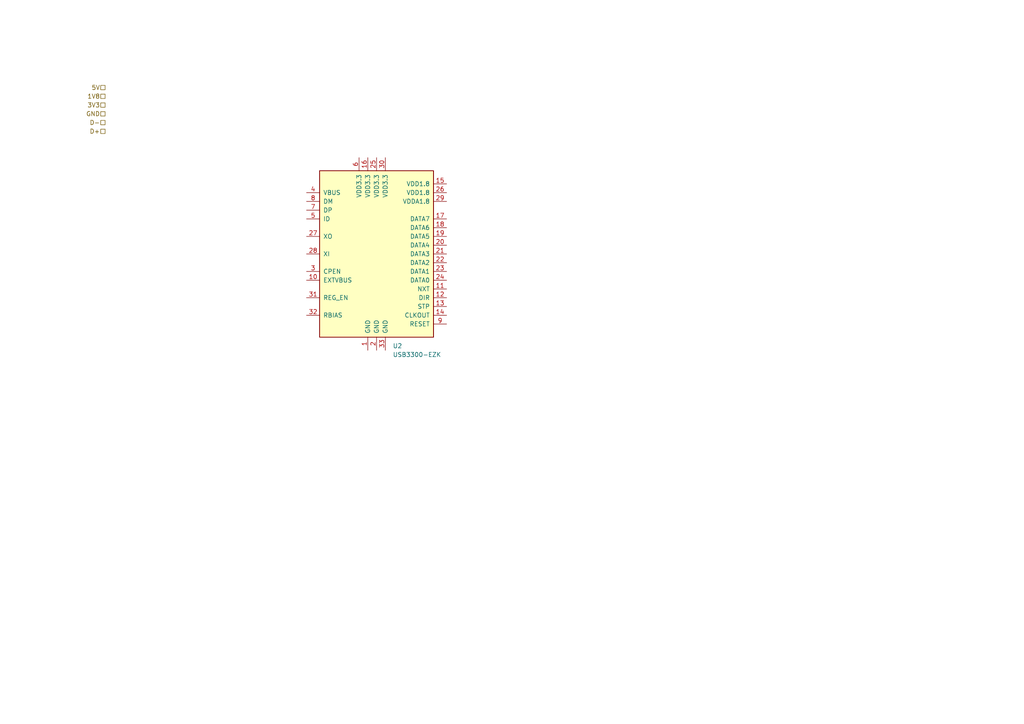
<source format=kicad_sch>
(kicad_sch (version 20250114) (generator "eeschema") (generator_version "9.0")
  (paper "A4")
  (lib_symbols
    (symbol "Interface_USB:USB3300-EZK" (pin_names (offset 1.016))
      (property "Reference" "U" (at 0 1.27 0))
      (property "Value" "USB3300-EZK" (at 0 -1.27 0))
      (symbol "USB3300-EZK_0_1"
        (rectangle (start 16.51 -24.13) (end -16.51 24.13) (stroke (width 0.254)) (fill (type background)))
      )
      (symbol "USB3300-EZK_1_1"
        (pin power_in line (at -20.32 17.78 0) (length 3.81) (name "VBUS") (number "4"))
        (pin bidirectional line (at -20.32 15.24 0) (length 3.81) (name "DM") (number "8"))
        (pin bidirectional line (at -20.32 12.7 0) (length 3.81) (name "DP") (number "7"))
        (pin input line (at -20.32 10.16 0) (length 3.81) (name "ID") (number "5"))
        (pin output line (at -20.32 5.08 0) (length 3.81) (name "XO") (number "27"))
        (pin input line (at -20.32 0 0) (length 3.81) (name "XI") (number "28"))
        (pin output line (at -20.32 -5.08 0) (length 3.81) (name "CPEN") (number "3"))
        (pin input line (at -20.32 -7.62 0) (length 3.81) (name "EXTVBUS") (number "10"))
        (pin bidirectional line (at -20.32 -12.7 0) (length 3.81) (name "REG_EN") (number "31"))
        (pin passive line (at -20.32 -17.78 0) (length 3.81) (name "RBIAS") (number "32"))
        (pin power_in line (at -5.08 27.94 270) (length 3.81) (name "VDD3.3") (number "6"))
        (pin power_in line (at -2.54 27.94 270) (length 3.81) (name "VDD3.3") (number "16"))
        (pin power_in line (at -2.54 -27.94 90) (length 3.81) (name "GND") (number "1"))
        (pin power_in line (at 0 27.94 270) (length 3.81) (name "VDD3.3") (number "25"))
        (pin power_in line (at 0 -27.94 90) (length 3.81) (name "GND") (number "2"))
        (pin power_in line (at 2.54 27.94 270) (length 3.81) (name "VDD3.3") (number "30"))
        (pin power_in line (at 2.54 -27.94 90) (length 3.81) (name "GND") (number "33"))
        (pin power_out line (at 20.32 20.32 180) (length 3.81) (name "VDD1.8") (number "15"))
        (pin power_out line (at 20.32 17.78 180) (length 3.81) (name "VDD1.8") (number "26"))
        (pin power_out line (at 20.32 15.24 180) (length 3.81) (name "VDDA1.8") (number "29"))
        (pin bidirectional line (at 20.32 10.16 180) (length 3.81) (name "DATA7") (number "17"))
        (pin bidirectional line (at 20.32 7.62 180) (length 3.81) (name "DATA6") (number "18"))
        (pin bidirectional line (at 20.32 5.08 180) (length 3.81) (name "DATA5") (number "19"))
        (pin bidirectional line (at 20.32 2.54 180) (length 3.81) (name "DATA4") (number "20"))
        (pin bidirectional line (at 20.32 0 180) (length 3.81) (name "DATA3") (number "21"))
        (pin bidirectional line (at 20.32 -2.54 180) (length 3.81) (name "DATA2") (number "22"))
        (pin bidirectional line (at 20.32 -5.08 180) (length 3.81) (name "DATA1") (number "23"))
        (pin bidirectional line (at 20.32 -7.62 180) (length 3.81) (name "DATA0") (number "24"))
        (pin output line (at 20.32 -10.16 180) (length 3.81) (name "NXT") (number "11"))
        (pin output line (at 20.32 -12.7 180) (length 3.81) (name "DIR") (number "12"))
        (pin input line (at 20.32 -15.24 180) (length 3.81) (name "STP") (number "13"))
        (pin output line (at 20.32 -17.78 180) (length 3.81) (name "CLKOUT") (number "14"))
        (pin input line (at 20.32 -20.32 180) (length 3.81) (name "RESET") (number "9"))
      )
    )
  )
  (hierarchical_label "D-" (shape passive) (at 30.48 35.56 180))
  (hierarchical_label "GND" (shape passive) (at 30.48 33.02 180))
  (hierarchical_label "1V8" (shape passive) (at 30.48 27.94 180))
  (hierarchical_label "D+" (shape passive) (at 30.48 38.1 180))
  (hierarchical_label "5V" (shape passive) (at 30.48 25.4 180))
  (hierarchical_label "3V3" (shape passive) (at 30.48 30.48 180))
  (symbol (lib_id "Interface_USB:USB3300-EZK") (at 109.22 73.66 0) (unit 1)
    (property "Reference" "U2" (at 113.9033 100.33 0) (effects (justify left)))
    (property "Value" "USB3300-EZK" (at 113.9033 102.87 0) (effects (justify left)))
    (property "Footprint" "Package_DFN_QFN:QFN-32-1EP_5x5mm_P0.5mm_EP3.45x3.45mm" (effects (hide yes)))
    (property "Datasheet" "http://ww1.microchip.com/downloads/en/DeviceDoc/00001783C.pdf" (effects (hide yes)))
    (property "Description" "Hi-Speed USB Host, Device or OTG PHY with ULPI Interface" (effects (hide yes)))
  )
)
</source>
